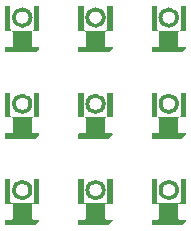
<source format=gbs>
G04 #@! TF.GenerationSoftware,KiCad,Pcbnew,5.0.2-bee76a0~70~ubuntu18.04.1*
G04 #@! TF.CreationDate,2018-12-08T03:46:04+01:00*
G04 #@! TF.ProjectId,simic2matrix_panel_3x3,73696d69-6332-46d6-9174-7269785f7061,rev?*
G04 #@! TF.SameCoordinates,Original*
G04 #@! TF.FileFunction,Soldermask,Bot*
G04 #@! TF.FilePolarity,Negative*
%FSLAX46Y46*%
G04 Gerber Fmt 4.6, Leading zero omitted, Abs format (unit mm)*
G04 Created by KiCad (PCBNEW 5.0.2-bee76a0~70~ubuntu18.04.1) date Sat 08 Dec 2018 03:46:04 CET*
%MOMM*%
%LPD*%
G01*
G04 APERTURE LIST*
%ADD10C,0.300000*%
%ADD11C,0.100000*%
G04 APERTURE END LIST*
D10*
G04 #@! TO.C,U1*
X125200000Y-121820000D02*
G75*
G03X125200000Y-121820000I-700000J0D01*
G01*
X119000000Y-121820000D02*
G75*
G03X119000000Y-121820000I-700000J0D01*
G01*
X112800000Y-121820000D02*
G75*
G03X112800000Y-121820000I-700000J0D01*
G01*
X125200000Y-114520000D02*
G75*
G03X125200000Y-114520000I-700000J0D01*
G01*
X119000000Y-114520000D02*
G75*
G03X119000000Y-114520000I-700000J0D01*
G01*
X112800000Y-114520000D02*
G75*
G03X112800000Y-114520000I-700000J0D01*
G01*
X125200000Y-107220000D02*
G75*
G03X125200000Y-107220000I-700000J0D01*
G01*
X119000000Y-107220000D02*
G75*
G03X119000000Y-107220000I-700000J0D01*
G01*
X112800000Y-107220000D02*
G75*
G03X112800000Y-107220000I-700000J0D01*
G01*
D11*
G36*
X123500800Y-122794200D02*
X123503202Y-122818586D01*
X123510315Y-122842035D01*
X123521866Y-122863646D01*
X123537412Y-122882588D01*
X123556354Y-122898134D01*
X123577965Y-122909685D01*
X123601414Y-122916798D01*
X123625800Y-122919200D01*
X125374200Y-122919200D01*
X125398586Y-122916798D01*
X125422035Y-122909685D01*
X125443646Y-122898134D01*
X125462588Y-122882588D01*
X125478134Y-122863646D01*
X125489685Y-122842035D01*
X125496798Y-122818586D01*
X125499200Y-122794200D01*
X125499200Y-120869200D01*
X125950800Y-120869200D01*
X125950800Y-122970800D01*
X125425800Y-122970800D01*
X125401414Y-122973202D01*
X125377965Y-122980315D01*
X125356354Y-122991866D01*
X125337412Y-123007412D01*
X125321866Y-123026354D01*
X125310315Y-123047965D01*
X125303202Y-123071414D01*
X125300800Y-123095800D01*
X125300800Y-124193349D01*
X125303202Y-124217735D01*
X125310315Y-124241184D01*
X125321866Y-124262795D01*
X125337412Y-124281737D01*
X125356354Y-124297283D01*
X125377965Y-124308834D01*
X125401414Y-124315947D01*
X125425800Y-124318349D01*
X125893862Y-124318349D01*
X125909956Y-124319934D01*
X125919535Y-124322840D01*
X125928359Y-124327556D01*
X125936095Y-124333905D01*
X125942444Y-124341641D01*
X125947160Y-124350465D01*
X125950066Y-124360044D01*
X125951651Y-124376138D01*
X125951651Y-124413862D01*
X125950066Y-124429956D01*
X125947160Y-124439535D01*
X125942444Y-124448359D01*
X125932175Y-124460871D01*
X125640871Y-124752175D01*
X125628359Y-124762444D01*
X125619535Y-124767160D01*
X125609956Y-124770066D01*
X125593862Y-124771651D01*
X123106138Y-124771651D01*
X123090044Y-124770066D01*
X123080465Y-124767160D01*
X123071641Y-124762444D01*
X123063905Y-124756095D01*
X123057556Y-124748359D01*
X123052840Y-124739535D01*
X123049934Y-124729956D01*
X123048349Y-124713862D01*
X123048349Y-124376138D01*
X123049934Y-124360044D01*
X123052840Y-124350465D01*
X123057556Y-124341641D01*
X123063905Y-124333905D01*
X123071641Y-124327556D01*
X123080465Y-124322840D01*
X123090044Y-124319934D01*
X123106138Y-124318349D01*
X123574200Y-124318349D01*
X123598586Y-124315947D01*
X123622035Y-124308834D01*
X123643646Y-124297283D01*
X123662588Y-124281737D01*
X123678134Y-124262795D01*
X123689685Y-124241184D01*
X123696798Y-124217735D01*
X123699200Y-124193349D01*
X123699200Y-123095800D01*
X123696798Y-123071414D01*
X123689685Y-123047965D01*
X123678134Y-123026354D01*
X123662588Y-123007412D01*
X123643646Y-122991866D01*
X123622035Y-122980315D01*
X123598586Y-122973202D01*
X123574200Y-122970800D01*
X123049200Y-122970800D01*
X123049200Y-120869200D01*
X123500800Y-120869200D01*
X123500800Y-122794200D01*
X123500800Y-122794200D01*
G37*
G36*
X111100800Y-122794200D02*
X111103202Y-122818586D01*
X111110315Y-122842035D01*
X111121866Y-122863646D01*
X111137412Y-122882588D01*
X111156354Y-122898134D01*
X111177965Y-122909685D01*
X111201414Y-122916798D01*
X111225800Y-122919200D01*
X112974200Y-122919200D01*
X112998586Y-122916798D01*
X113022035Y-122909685D01*
X113043646Y-122898134D01*
X113062588Y-122882588D01*
X113078134Y-122863646D01*
X113089685Y-122842035D01*
X113096798Y-122818586D01*
X113099200Y-122794200D01*
X113099200Y-120869200D01*
X113550800Y-120869200D01*
X113550800Y-122970800D01*
X113025800Y-122970800D01*
X113001414Y-122973202D01*
X112977965Y-122980315D01*
X112956354Y-122991866D01*
X112937412Y-123007412D01*
X112921866Y-123026354D01*
X112910315Y-123047965D01*
X112903202Y-123071414D01*
X112900800Y-123095800D01*
X112900800Y-124193349D01*
X112903202Y-124217735D01*
X112910315Y-124241184D01*
X112921866Y-124262795D01*
X112937412Y-124281737D01*
X112956354Y-124297283D01*
X112977965Y-124308834D01*
X113001414Y-124315947D01*
X113025800Y-124318349D01*
X113493862Y-124318349D01*
X113509956Y-124319934D01*
X113519535Y-124322840D01*
X113528359Y-124327556D01*
X113536095Y-124333905D01*
X113542444Y-124341641D01*
X113547160Y-124350465D01*
X113550066Y-124360044D01*
X113551651Y-124376138D01*
X113551651Y-124413862D01*
X113550066Y-124429956D01*
X113547160Y-124439535D01*
X113542444Y-124448359D01*
X113532175Y-124460871D01*
X113240871Y-124752175D01*
X113228359Y-124762444D01*
X113219535Y-124767160D01*
X113209956Y-124770066D01*
X113193862Y-124771651D01*
X110706138Y-124771651D01*
X110690044Y-124770066D01*
X110680465Y-124767160D01*
X110671641Y-124762444D01*
X110663905Y-124756095D01*
X110657556Y-124748359D01*
X110652840Y-124739535D01*
X110649934Y-124729956D01*
X110648349Y-124713862D01*
X110648349Y-124376138D01*
X110649934Y-124360044D01*
X110652840Y-124350465D01*
X110657556Y-124341641D01*
X110663905Y-124333905D01*
X110671641Y-124327556D01*
X110680465Y-124322840D01*
X110690044Y-124319934D01*
X110706138Y-124318349D01*
X111174200Y-124318349D01*
X111198586Y-124315947D01*
X111222035Y-124308834D01*
X111243646Y-124297283D01*
X111262588Y-124281737D01*
X111278134Y-124262795D01*
X111289685Y-124241184D01*
X111296798Y-124217735D01*
X111299200Y-124193349D01*
X111299200Y-123095800D01*
X111296798Y-123071414D01*
X111289685Y-123047965D01*
X111278134Y-123026354D01*
X111262588Y-123007412D01*
X111243646Y-122991866D01*
X111222035Y-122980315D01*
X111198586Y-122973202D01*
X111174200Y-122970800D01*
X110649200Y-122970800D01*
X110649200Y-120869200D01*
X111100800Y-120869200D01*
X111100800Y-122794200D01*
X111100800Y-122794200D01*
G37*
G36*
X117300800Y-122794200D02*
X117303202Y-122818586D01*
X117310315Y-122842035D01*
X117321866Y-122863646D01*
X117337412Y-122882588D01*
X117356354Y-122898134D01*
X117377965Y-122909685D01*
X117401414Y-122916798D01*
X117425800Y-122919200D01*
X119174200Y-122919200D01*
X119198586Y-122916798D01*
X119222035Y-122909685D01*
X119243646Y-122898134D01*
X119262588Y-122882588D01*
X119278134Y-122863646D01*
X119289685Y-122842035D01*
X119296798Y-122818586D01*
X119299200Y-122794200D01*
X119299200Y-120869200D01*
X119750800Y-120869200D01*
X119750800Y-122970800D01*
X119225800Y-122970800D01*
X119201414Y-122973202D01*
X119177965Y-122980315D01*
X119156354Y-122991866D01*
X119137412Y-123007412D01*
X119121866Y-123026354D01*
X119110315Y-123047965D01*
X119103202Y-123071414D01*
X119100800Y-123095800D01*
X119100800Y-124193349D01*
X119103202Y-124217735D01*
X119110315Y-124241184D01*
X119121866Y-124262795D01*
X119137412Y-124281737D01*
X119156354Y-124297283D01*
X119177965Y-124308834D01*
X119201414Y-124315947D01*
X119225800Y-124318349D01*
X119693862Y-124318349D01*
X119709956Y-124319934D01*
X119719535Y-124322840D01*
X119728359Y-124327556D01*
X119736095Y-124333905D01*
X119742444Y-124341641D01*
X119747160Y-124350465D01*
X119750066Y-124360044D01*
X119751651Y-124376138D01*
X119751651Y-124413862D01*
X119750066Y-124429956D01*
X119747160Y-124439535D01*
X119742444Y-124448359D01*
X119732175Y-124460871D01*
X119440871Y-124752175D01*
X119428359Y-124762444D01*
X119419535Y-124767160D01*
X119409956Y-124770066D01*
X119393862Y-124771651D01*
X116906138Y-124771651D01*
X116890044Y-124770066D01*
X116880465Y-124767160D01*
X116871641Y-124762444D01*
X116863905Y-124756095D01*
X116857556Y-124748359D01*
X116852840Y-124739535D01*
X116849934Y-124729956D01*
X116848349Y-124713862D01*
X116848349Y-124376138D01*
X116849934Y-124360044D01*
X116852840Y-124350465D01*
X116857556Y-124341641D01*
X116863905Y-124333905D01*
X116871641Y-124327556D01*
X116880465Y-124322840D01*
X116890044Y-124319934D01*
X116906138Y-124318349D01*
X117374200Y-124318349D01*
X117398586Y-124315947D01*
X117422035Y-124308834D01*
X117443646Y-124297283D01*
X117462588Y-124281737D01*
X117478134Y-124262795D01*
X117489685Y-124241184D01*
X117496798Y-124217735D01*
X117499200Y-124193349D01*
X117499200Y-123095800D01*
X117496798Y-123071414D01*
X117489685Y-123047965D01*
X117478134Y-123026354D01*
X117462588Y-123007412D01*
X117443646Y-122991866D01*
X117422035Y-122980315D01*
X117398586Y-122973202D01*
X117374200Y-122970800D01*
X116849200Y-122970800D01*
X116849200Y-120869200D01*
X117300800Y-120869200D01*
X117300800Y-122794200D01*
X117300800Y-122794200D01*
G37*
G36*
X111100800Y-115494200D02*
X111103202Y-115518586D01*
X111110315Y-115542035D01*
X111121866Y-115563646D01*
X111137412Y-115582588D01*
X111156354Y-115598134D01*
X111177965Y-115609685D01*
X111201414Y-115616798D01*
X111225800Y-115619200D01*
X112974200Y-115619200D01*
X112998586Y-115616798D01*
X113022035Y-115609685D01*
X113043646Y-115598134D01*
X113062588Y-115582588D01*
X113078134Y-115563646D01*
X113089685Y-115542035D01*
X113096798Y-115518586D01*
X113099200Y-115494200D01*
X113099200Y-113569200D01*
X113550800Y-113569200D01*
X113550800Y-115670800D01*
X113025800Y-115670800D01*
X113001414Y-115673202D01*
X112977965Y-115680315D01*
X112956354Y-115691866D01*
X112937412Y-115707412D01*
X112921866Y-115726354D01*
X112910315Y-115747965D01*
X112903202Y-115771414D01*
X112900800Y-115795800D01*
X112900800Y-116893349D01*
X112903202Y-116917735D01*
X112910315Y-116941184D01*
X112921866Y-116962795D01*
X112937412Y-116981737D01*
X112956354Y-116997283D01*
X112977965Y-117008834D01*
X113001414Y-117015947D01*
X113025800Y-117018349D01*
X113493862Y-117018349D01*
X113509956Y-117019934D01*
X113519535Y-117022840D01*
X113528359Y-117027556D01*
X113536095Y-117033905D01*
X113542444Y-117041641D01*
X113547160Y-117050465D01*
X113550066Y-117060044D01*
X113551651Y-117076138D01*
X113551651Y-117113862D01*
X113550066Y-117129956D01*
X113547160Y-117139535D01*
X113542444Y-117148359D01*
X113532175Y-117160871D01*
X113240871Y-117452175D01*
X113228359Y-117462444D01*
X113219535Y-117467160D01*
X113209956Y-117470066D01*
X113193862Y-117471651D01*
X110706138Y-117471651D01*
X110690044Y-117470066D01*
X110680465Y-117467160D01*
X110671641Y-117462444D01*
X110663905Y-117456095D01*
X110657556Y-117448359D01*
X110652840Y-117439535D01*
X110649934Y-117429956D01*
X110648349Y-117413862D01*
X110648349Y-117076138D01*
X110649934Y-117060044D01*
X110652840Y-117050465D01*
X110657556Y-117041641D01*
X110663905Y-117033905D01*
X110671641Y-117027556D01*
X110680465Y-117022840D01*
X110690044Y-117019934D01*
X110706138Y-117018349D01*
X111174200Y-117018349D01*
X111198586Y-117015947D01*
X111222035Y-117008834D01*
X111243646Y-116997283D01*
X111262588Y-116981737D01*
X111278134Y-116962795D01*
X111289685Y-116941184D01*
X111296798Y-116917735D01*
X111299200Y-116893349D01*
X111299200Y-115795800D01*
X111296798Y-115771414D01*
X111289685Y-115747965D01*
X111278134Y-115726354D01*
X111262588Y-115707412D01*
X111243646Y-115691866D01*
X111222035Y-115680315D01*
X111198586Y-115673202D01*
X111174200Y-115670800D01*
X110649200Y-115670800D01*
X110649200Y-113569200D01*
X111100800Y-113569200D01*
X111100800Y-115494200D01*
X111100800Y-115494200D01*
G37*
G36*
X117300800Y-115494200D02*
X117303202Y-115518586D01*
X117310315Y-115542035D01*
X117321866Y-115563646D01*
X117337412Y-115582588D01*
X117356354Y-115598134D01*
X117377965Y-115609685D01*
X117401414Y-115616798D01*
X117425800Y-115619200D01*
X119174200Y-115619200D01*
X119198586Y-115616798D01*
X119222035Y-115609685D01*
X119243646Y-115598134D01*
X119262588Y-115582588D01*
X119278134Y-115563646D01*
X119289685Y-115542035D01*
X119296798Y-115518586D01*
X119299200Y-115494200D01*
X119299200Y-113569200D01*
X119750800Y-113569200D01*
X119750800Y-115670800D01*
X119225800Y-115670800D01*
X119201414Y-115673202D01*
X119177965Y-115680315D01*
X119156354Y-115691866D01*
X119137412Y-115707412D01*
X119121866Y-115726354D01*
X119110315Y-115747965D01*
X119103202Y-115771414D01*
X119100800Y-115795800D01*
X119100800Y-116893349D01*
X119103202Y-116917735D01*
X119110315Y-116941184D01*
X119121866Y-116962795D01*
X119137412Y-116981737D01*
X119156354Y-116997283D01*
X119177965Y-117008834D01*
X119201414Y-117015947D01*
X119225800Y-117018349D01*
X119693862Y-117018349D01*
X119709956Y-117019934D01*
X119719535Y-117022840D01*
X119728359Y-117027556D01*
X119736095Y-117033905D01*
X119742444Y-117041641D01*
X119747160Y-117050465D01*
X119750066Y-117060044D01*
X119751651Y-117076138D01*
X119751651Y-117113862D01*
X119750066Y-117129956D01*
X119747160Y-117139535D01*
X119742444Y-117148359D01*
X119732175Y-117160871D01*
X119440871Y-117452175D01*
X119428359Y-117462444D01*
X119419535Y-117467160D01*
X119409956Y-117470066D01*
X119393862Y-117471651D01*
X116906138Y-117471651D01*
X116890044Y-117470066D01*
X116880465Y-117467160D01*
X116871641Y-117462444D01*
X116863905Y-117456095D01*
X116857556Y-117448359D01*
X116852840Y-117439535D01*
X116849934Y-117429956D01*
X116848349Y-117413862D01*
X116848349Y-117076138D01*
X116849934Y-117060044D01*
X116852840Y-117050465D01*
X116857556Y-117041641D01*
X116863905Y-117033905D01*
X116871641Y-117027556D01*
X116880465Y-117022840D01*
X116890044Y-117019934D01*
X116906138Y-117018349D01*
X117374200Y-117018349D01*
X117398586Y-117015947D01*
X117422035Y-117008834D01*
X117443646Y-116997283D01*
X117462588Y-116981737D01*
X117478134Y-116962795D01*
X117489685Y-116941184D01*
X117496798Y-116917735D01*
X117499200Y-116893349D01*
X117499200Y-115795800D01*
X117496798Y-115771414D01*
X117489685Y-115747965D01*
X117478134Y-115726354D01*
X117462588Y-115707412D01*
X117443646Y-115691866D01*
X117422035Y-115680315D01*
X117398586Y-115673202D01*
X117374200Y-115670800D01*
X116849200Y-115670800D01*
X116849200Y-113569200D01*
X117300800Y-113569200D01*
X117300800Y-115494200D01*
X117300800Y-115494200D01*
G37*
G36*
X123500800Y-115494200D02*
X123503202Y-115518586D01*
X123510315Y-115542035D01*
X123521866Y-115563646D01*
X123537412Y-115582588D01*
X123556354Y-115598134D01*
X123577965Y-115609685D01*
X123601414Y-115616798D01*
X123625800Y-115619200D01*
X125374200Y-115619200D01*
X125398586Y-115616798D01*
X125422035Y-115609685D01*
X125443646Y-115598134D01*
X125462588Y-115582588D01*
X125478134Y-115563646D01*
X125489685Y-115542035D01*
X125496798Y-115518586D01*
X125499200Y-115494200D01*
X125499200Y-113569200D01*
X125950800Y-113569200D01*
X125950800Y-115670800D01*
X125425800Y-115670800D01*
X125401414Y-115673202D01*
X125377965Y-115680315D01*
X125356354Y-115691866D01*
X125337412Y-115707412D01*
X125321866Y-115726354D01*
X125310315Y-115747965D01*
X125303202Y-115771414D01*
X125300800Y-115795800D01*
X125300800Y-116893349D01*
X125303202Y-116917735D01*
X125310315Y-116941184D01*
X125321866Y-116962795D01*
X125337412Y-116981737D01*
X125356354Y-116997283D01*
X125377965Y-117008834D01*
X125401414Y-117015947D01*
X125425800Y-117018349D01*
X125893862Y-117018349D01*
X125909956Y-117019934D01*
X125919535Y-117022840D01*
X125928359Y-117027556D01*
X125936095Y-117033905D01*
X125942444Y-117041641D01*
X125947160Y-117050465D01*
X125950066Y-117060044D01*
X125951651Y-117076138D01*
X125951651Y-117113862D01*
X125950066Y-117129956D01*
X125947160Y-117139535D01*
X125942444Y-117148359D01*
X125932175Y-117160871D01*
X125640871Y-117452175D01*
X125628359Y-117462444D01*
X125619535Y-117467160D01*
X125609956Y-117470066D01*
X125593862Y-117471651D01*
X123106138Y-117471651D01*
X123090044Y-117470066D01*
X123080465Y-117467160D01*
X123071641Y-117462444D01*
X123063905Y-117456095D01*
X123057556Y-117448359D01*
X123052840Y-117439535D01*
X123049934Y-117429956D01*
X123048349Y-117413862D01*
X123048349Y-117076138D01*
X123049934Y-117060044D01*
X123052840Y-117050465D01*
X123057556Y-117041641D01*
X123063905Y-117033905D01*
X123071641Y-117027556D01*
X123080465Y-117022840D01*
X123090044Y-117019934D01*
X123106138Y-117018349D01*
X123574200Y-117018349D01*
X123598586Y-117015947D01*
X123622035Y-117008834D01*
X123643646Y-116997283D01*
X123662588Y-116981737D01*
X123678134Y-116962795D01*
X123689685Y-116941184D01*
X123696798Y-116917735D01*
X123699200Y-116893349D01*
X123699200Y-115795800D01*
X123696798Y-115771414D01*
X123689685Y-115747965D01*
X123678134Y-115726354D01*
X123662588Y-115707412D01*
X123643646Y-115691866D01*
X123622035Y-115680315D01*
X123598586Y-115673202D01*
X123574200Y-115670800D01*
X123049200Y-115670800D01*
X123049200Y-113569200D01*
X123500800Y-113569200D01*
X123500800Y-115494200D01*
X123500800Y-115494200D01*
G37*
G36*
X111100800Y-108194200D02*
X111103202Y-108218586D01*
X111110315Y-108242035D01*
X111121866Y-108263646D01*
X111137412Y-108282588D01*
X111156354Y-108298134D01*
X111177965Y-108309685D01*
X111201414Y-108316798D01*
X111225800Y-108319200D01*
X112974200Y-108319200D01*
X112998586Y-108316798D01*
X113022035Y-108309685D01*
X113043646Y-108298134D01*
X113062588Y-108282588D01*
X113078134Y-108263646D01*
X113089685Y-108242035D01*
X113096798Y-108218586D01*
X113099200Y-108194200D01*
X113099200Y-106269200D01*
X113550800Y-106269200D01*
X113550800Y-108370800D01*
X113025800Y-108370800D01*
X113001414Y-108373202D01*
X112977965Y-108380315D01*
X112956354Y-108391866D01*
X112937412Y-108407412D01*
X112921866Y-108426354D01*
X112910315Y-108447965D01*
X112903202Y-108471414D01*
X112900800Y-108495800D01*
X112900800Y-109593349D01*
X112903202Y-109617735D01*
X112910315Y-109641184D01*
X112921866Y-109662795D01*
X112937412Y-109681737D01*
X112956354Y-109697283D01*
X112977965Y-109708834D01*
X113001414Y-109715947D01*
X113025800Y-109718349D01*
X113493862Y-109718349D01*
X113509956Y-109719934D01*
X113519535Y-109722840D01*
X113528359Y-109727556D01*
X113536095Y-109733905D01*
X113542444Y-109741641D01*
X113547160Y-109750465D01*
X113550066Y-109760044D01*
X113551651Y-109776138D01*
X113551651Y-109813862D01*
X113550066Y-109829956D01*
X113547160Y-109839535D01*
X113542444Y-109848359D01*
X113532175Y-109860871D01*
X113240871Y-110152175D01*
X113228359Y-110162444D01*
X113219535Y-110167160D01*
X113209956Y-110170066D01*
X113193862Y-110171651D01*
X110706138Y-110171651D01*
X110690044Y-110170066D01*
X110680465Y-110167160D01*
X110671641Y-110162444D01*
X110663905Y-110156095D01*
X110657556Y-110148359D01*
X110652840Y-110139535D01*
X110649934Y-110129956D01*
X110648349Y-110113862D01*
X110648349Y-109776138D01*
X110649934Y-109760044D01*
X110652840Y-109750465D01*
X110657556Y-109741641D01*
X110663905Y-109733905D01*
X110671641Y-109727556D01*
X110680465Y-109722840D01*
X110690044Y-109719934D01*
X110706138Y-109718349D01*
X111174200Y-109718349D01*
X111198586Y-109715947D01*
X111222035Y-109708834D01*
X111243646Y-109697283D01*
X111262588Y-109681737D01*
X111278134Y-109662795D01*
X111289685Y-109641184D01*
X111296798Y-109617735D01*
X111299200Y-109593349D01*
X111299200Y-108495800D01*
X111296798Y-108471414D01*
X111289685Y-108447965D01*
X111278134Y-108426354D01*
X111262588Y-108407412D01*
X111243646Y-108391866D01*
X111222035Y-108380315D01*
X111198586Y-108373202D01*
X111174200Y-108370800D01*
X110649200Y-108370800D01*
X110649200Y-106269200D01*
X111100800Y-106269200D01*
X111100800Y-108194200D01*
X111100800Y-108194200D01*
G37*
G36*
X123500800Y-108194200D02*
X123503202Y-108218586D01*
X123510315Y-108242035D01*
X123521866Y-108263646D01*
X123537412Y-108282588D01*
X123556354Y-108298134D01*
X123577965Y-108309685D01*
X123601414Y-108316798D01*
X123625800Y-108319200D01*
X125374200Y-108319200D01*
X125398586Y-108316798D01*
X125422035Y-108309685D01*
X125443646Y-108298134D01*
X125462588Y-108282588D01*
X125478134Y-108263646D01*
X125489685Y-108242035D01*
X125496798Y-108218586D01*
X125499200Y-108194200D01*
X125499200Y-106269200D01*
X125950800Y-106269200D01*
X125950800Y-108370800D01*
X125425800Y-108370800D01*
X125401414Y-108373202D01*
X125377965Y-108380315D01*
X125356354Y-108391866D01*
X125337412Y-108407412D01*
X125321866Y-108426354D01*
X125310315Y-108447965D01*
X125303202Y-108471414D01*
X125300800Y-108495800D01*
X125300800Y-109593349D01*
X125303202Y-109617735D01*
X125310315Y-109641184D01*
X125321866Y-109662795D01*
X125337412Y-109681737D01*
X125356354Y-109697283D01*
X125377965Y-109708834D01*
X125401414Y-109715947D01*
X125425800Y-109718349D01*
X125893862Y-109718349D01*
X125909956Y-109719934D01*
X125919535Y-109722840D01*
X125928359Y-109727556D01*
X125936095Y-109733905D01*
X125942444Y-109741641D01*
X125947160Y-109750465D01*
X125950066Y-109760044D01*
X125951651Y-109776138D01*
X125951651Y-109813862D01*
X125950066Y-109829956D01*
X125947160Y-109839535D01*
X125942444Y-109848359D01*
X125932175Y-109860871D01*
X125640871Y-110152175D01*
X125628359Y-110162444D01*
X125619535Y-110167160D01*
X125609956Y-110170066D01*
X125593862Y-110171651D01*
X123106138Y-110171651D01*
X123090044Y-110170066D01*
X123080465Y-110167160D01*
X123071641Y-110162444D01*
X123063905Y-110156095D01*
X123057556Y-110148359D01*
X123052840Y-110139535D01*
X123049934Y-110129956D01*
X123048349Y-110113862D01*
X123048349Y-109776138D01*
X123049934Y-109760044D01*
X123052840Y-109750465D01*
X123057556Y-109741641D01*
X123063905Y-109733905D01*
X123071641Y-109727556D01*
X123080465Y-109722840D01*
X123090044Y-109719934D01*
X123106138Y-109718349D01*
X123574200Y-109718349D01*
X123598586Y-109715947D01*
X123622035Y-109708834D01*
X123643646Y-109697283D01*
X123662588Y-109681737D01*
X123678134Y-109662795D01*
X123689685Y-109641184D01*
X123696798Y-109617735D01*
X123699200Y-109593349D01*
X123699200Y-108495800D01*
X123696798Y-108471414D01*
X123689685Y-108447965D01*
X123678134Y-108426354D01*
X123662588Y-108407412D01*
X123643646Y-108391866D01*
X123622035Y-108380315D01*
X123598586Y-108373202D01*
X123574200Y-108370800D01*
X123049200Y-108370800D01*
X123049200Y-106269200D01*
X123500800Y-106269200D01*
X123500800Y-108194200D01*
X123500800Y-108194200D01*
G37*
G36*
X117300800Y-108194200D02*
X117303202Y-108218586D01*
X117310315Y-108242035D01*
X117321866Y-108263646D01*
X117337412Y-108282588D01*
X117356354Y-108298134D01*
X117377965Y-108309685D01*
X117401414Y-108316798D01*
X117425800Y-108319200D01*
X119174200Y-108319200D01*
X119198586Y-108316798D01*
X119222035Y-108309685D01*
X119243646Y-108298134D01*
X119262588Y-108282588D01*
X119278134Y-108263646D01*
X119289685Y-108242035D01*
X119296798Y-108218586D01*
X119299200Y-108194200D01*
X119299200Y-106269200D01*
X119750800Y-106269200D01*
X119750800Y-108370800D01*
X119225800Y-108370800D01*
X119201414Y-108373202D01*
X119177965Y-108380315D01*
X119156354Y-108391866D01*
X119137412Y-108407412D01*
X119121866Y-108426354D01*
X119110315Y-108447965D01*
X119103202Y-108471414D01*
X119100800Y-108495800D01*
X119100800Y-109593349D01*
X119103202Y-109617735D01*
X119110315Y-109641184D01*
X119121866Y-109662795D01*
X119137412Y-109681737D01*
X119156354Y-109697283D01*
X119177965Y-109708834D01*
X119201414Y-109715947D01*
X119225800Y-109718349D01*
X119693862Y-109718349D01*
X119709956Y-109719934D01*
X119719535Y-109722840D01*
X119728359Y-109727556D01*
X119736095Y-109733905D01*
X119742444Y-109741641D01*
X119747160Y-109750465D01*
X119750066Y-109760044D01*
X119751651Y-109776138D01*
X119751651Y-109813862D01*
X119750066Y-109829956D01*
X119747160Y-109839535D01*
X119742444Y-109848359D01*
X119732175Y-109860871D01*
X119440871Y-110152175D01*
X119428359Y-110162444D01*
X119419535Y-110167160D01*
X119409956Y-110170066D01*
X119393862Y-110171651D01*
X116906138Y-110171651D01*
X116890044Y-110170066D01*
X116880465Y-110167160D01*
X116871641Y-110162444D01*
X116863905Y-110156095D01*
X116857556Y-110148359D01*
X116852840Y-110139535D01*
X116849934Y-110129956D01*
X116848349Y-110113862D01*
X116848349Y-109776138D01*
X116849934Y-109760044D01*
X116852840Y-109750465D01*
X116857556Y-109741641D01*
X116863905Y-109733905D01*
X116871641Y-109727556D01*
X116880465Y-109722840D01*
X116890044Y-109719934D01*
X116906138Y-109718349D01*
X117374200Y-109718349D01*
X117398586Y-109715947D01*
X117422035Y-109708834D01*
X117443646Y-109697283D01*
X117462588Y-109681737D01*
X117478134Y-109662795D01*
X117489685Y-109641184D01*
X117496798Y-109617735D01*
X117499200Y-109593349D01*
X117499200Y-108495800D01*
X117496798Y-108471414D01*
X117489685Y-108447965D01*
X117478134Y-108426354D01*
X117462588Y-108407412D01*
X117443646Y-108391866D01*
X117422035Y-108380315D01*
X117398586Y-108373202D01*
X117374200Y-108370800D01*
X116849200Y-108370800D01*
X116849200Y-106269200D01*
X117300800Y-106269200D01*
X117300800Y-108194200D01*
X117300800Y-108194200D01*
G37*
M02*

</source>
